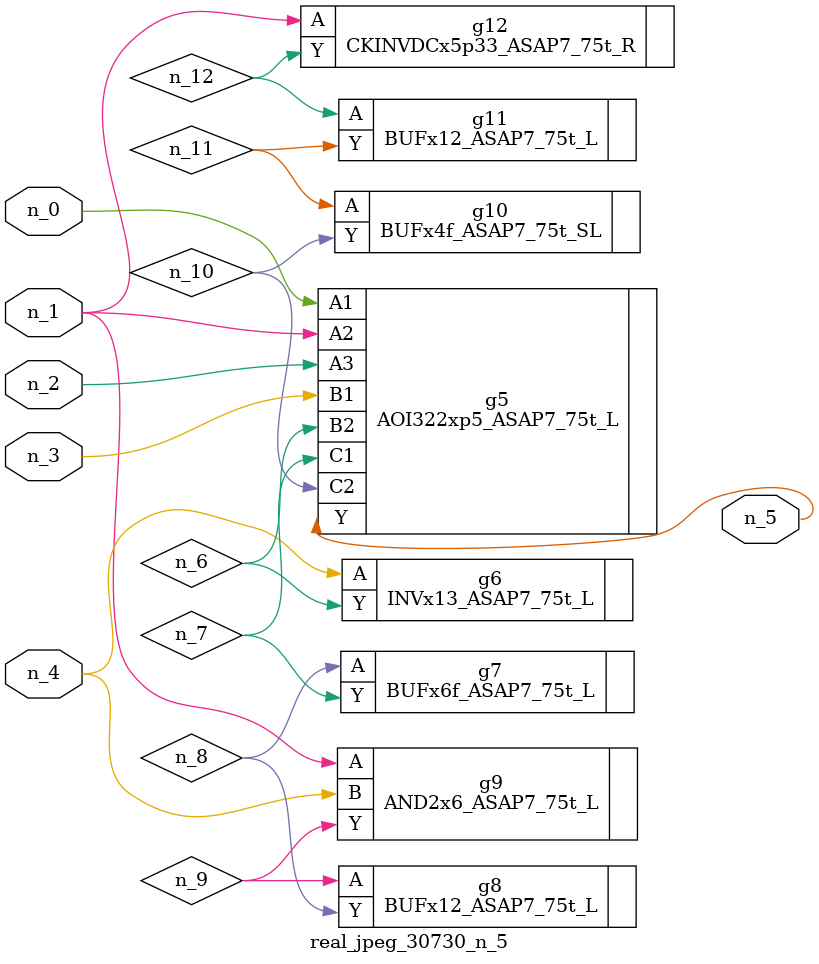
<source format=v>
module real_jpeg_30730_n_5 (n_4, n_0, n_1, n_2, n_3, n_5);

input n_4;
input n_0;
input n_1;
input n_2;
input n_3;

output n_5;

wire n_12;
wire n_8;
wire n_11;
wire n_6;
wire n_7;
wire n_10;
wire n_9;

AOI322xp5_ASAP7_75t_L g5 ( 
.A1(n_0),
.A2(n_1),
.A3(n_2),
.B1(n_3),
.B2(n_6),
.C1(n_7),
.C2(n_10),
.Y(n_5)
);

AND2x6_ASAP7_75t_L g9 ( 
.A(n_1),
.B(n_4),
.Y(n_9)
);

CKINVDCx5p33_ASAP7_75t_R g12 ( 
.A(n_1),
.Y(n_12)
);

INVx13_ASAP7_75t_L g6 ( 
.A(n_4),
.Y(n_6)
);

BUFx6f_ASAP7_75t_L g7 ( 
.A(n_8),
.Y(n_7)
);

BUFx12_ASAP7_75t_L g8 ( 
.A(n_9),
.Y(n_8)
);

BUFx4f_ASAP7_75t_SL g10 ( 
.A(n_11),
.Y(n_10)
);

BUFx12_ASAP7_75t_L g11 ( 
.A(n_12),
.Y(n_11)
);


endmodule
</source>
